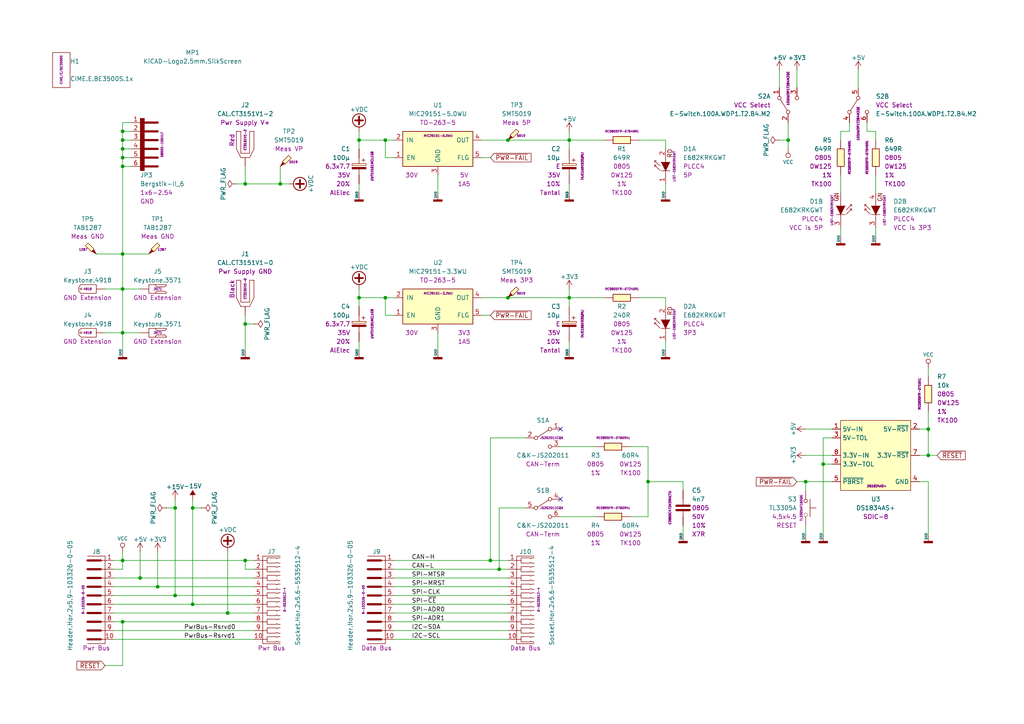
<source format=kicad_sch>
(kicad_sch (version 20210126) (generator eeschema)
  (paper "A4")
  (title_block (title "cbEval PSupply 5P/3P3") (rev "1.0.0"))
  (junction (at 35.56 38.1) (diameter 0.9144))
  (junction (at 35.56 40.64) (diameter 0.9144))
  (junction (at 35.56 43.18) (diameter 0.9144))
  (junction (at 35.56 45.72) (diameter 0.9144))
  (junction (at 35.56 48.26) (diameter 0.9144))
  (junction (at 35.56 73.66) (diameter 0.9144))
  (junction (at 35.56 83.82) (diameter 0.9144))
  (junction (at 35.56 96.52) (diameter 0.9144))
  (junction (at 35.56 162.56) (diameter 0.9144))
  (junction (at 35.56 180.34) (diameter 0.9144))
  (junction (at 40.64 167.64) (diameter 0.9144))
  (junction (at 45.72 170.18) (diameter 0.9144))
  (junction (at 50.8 147.32) (diameter 0.9144))
  (junction (at 50.8 172.72) (diameter 0.9144))
  (junction (at 55.88 147.32) (diameter 0.9144))
  (junction (at 55.88 175.26) (diameter 0.9144))
  (junction (at 66.04 177.8) (diameter 0.9144))
  (junction (at 71.12 53.34) (diameter 0.9144))
  (junction (at 71.12 93.98) (diameter 0.9144))
  (junction (at 71.12 162.56) (diameter 0.9144))
  (junction (at 81.28 53.34) (diameter 0.9144))
  (junction (at 104.14 40.64) (diameter 0.9144))
  (junction (at 104.14 86.36) (diameter 0.9144))
  (junction (at 111.76 40.64) (diameter 0.9144))
  (junction (at 111.76 86.36) (diameter 0.9144))
  (junction (at 142.24 162.56) (diameter 0.9144))
  (junction (at 144.78 165.1) (diameter 0.9144))
  (junction (at 147.32 40.64) (diameter 0.9144))
  (junction (at 147.32 86.36) (diameter 0.9144))
  (junction (at 165.1 40.64) (diameter 0.9144))
  (junction (at 165.1 86.36) (diameter 0.9144))
  (junction (at 187.96 139.7) (diameter 0.9144))
  (junction (at 228.6 40.64) (diameter 0.9144))
  (junction (at 233.68 139.7) (diameter 0.9144))
  (junction (at 238.76 134.62) (diameter 0.9144))
  (junction (at 269.24 124.46) (diameter 0.9144))
  (junction (at 269.24 132.08) (diameter 0.9144))
  (no_connect (at 162.56 124.46))
  (no_connect (at 162.56 144.78))
  (wire (pts (xy 27.94 73.66) (xy 35.56 73.66)))
  (wire (pts (xy 30.48 96.52) (xy 35.56 96.52)))
  (wire (pts (xy 30.48 193.04) (xy 35.56 193.04)))
  (wire (pts (xy 33.02 162.56) (xy 35.56 162.56)))
  (wire (pts (xy 33.02 165.1) (xy 35.56 165.1)))
  (wire (pts (xy 33.02 167.64) (xy 40.64 167.64)))
  (wire (pts (xy 33.02 170.18) (xy 45.72 170.18)))
  (wire (pts (xy 33.02 172.72) (xy 50.8 172.72)))
  (wire (pts (xy 33.02 175.26) (xy 55.88 175.26)))
  (wire (pts (xy 33.02 177.8) (xy 66.04 177.8)))
  (wire (pts (xy 33.02 180.34) (xy 35.56 180.34)))
  (wire (pts (xy 33.02 182.88) (xy 73.66 182.88)))
  (wire (pts (xy 33.02 185.42) (xy 73.66 185.42)))
  (wire (pts (xy 35.56 35.56) (xy 38.1 35.56)))
  (wire (pts (xy 35.56 38.1) (xy 35.56 35.56)))
  (wire (pts (xy 35.56 40.64) (xy 35.56 38.1)))
  (wire (pts (xy 35.56 43.18) (xy 35.56 40.64)))
  (wire (pts (xy 35.56 45.72) (xy 35.56 43.18)))
  (wire (pts (xy 35.56 48.26) (xy 35.56 45.72)))
  (wire (pts (xy 35.56 48.26) (xy 35.56 73.66)))
  (wire (pts (xy 35.56 73.66) (xy 35.56 83.82)))
  (wire (pts (xy 35.56 83.82) (xy 30.48 83.82)))
  (wire (pts (xy 35.56 96.52) (xy 35.56 83.82)))
  (wire (pts (xy 35.56 101.6) (xy 35.56 96.52)))
  (wire (pts (xy 35.56 160.02) (xy 35.56 162.56)))
  (wire (pts (xy 35.56 162.56) (xy 71.12 162.56)))
  (wire (pts (xy 35.56 165.1) (xy 35.56 162.56)))
  (wire (pts (xy 35.56 180.34) (xy 73.66 180.34)))
  (wire (pts (xy 35.56 193.04) (xy 35.56 180.34)))
  (wire (pts (xy 38.1 38.1) (xy 35.56 38.1)))
  (wire (pts (xy 38.1 40.64) (xy 35.56 40.64)))
  (wire (pts (xy 38.1 43.18) (xy 35.56 43.18)))
  (wire (pts (xy 38.1 45.72) (xy 35.56 45.72)))
  (wire (pts (xy 38.1 48.26) (xy 35.56 48.26)))
  (wire (pts (xy 40.64 83.82) (xy 35.56 83.82)))
  (wire (pts (xy 40.64 96.52) (xy 35.56 96.52)))
  (wire (pts (xy 40.64 160.02) (xy 40.64 167.64)))
  (wire (pts (xy 40.64 167.64) (xy 73.66 167.64)))
  (wire (pts (xy 43.18 73.66) (xy 35.56 73.66)))
  (wire (pts (xy 45.72 160.02) (xy 45.72 170.18)))
  (wire (pts (xy 45.72 170.18) (xy 73.66 170.18)))
  (wire (pts (xy 50.8 144.78) (xy 50.8 147.32)))
  (wire (pts (xy 50.8 147.32) (xy 48.26 147.32)))
  (wire (pts (xy 50.8 147.32) (xy 50.8 172.72)))
  (wire (pts (xy 50.8 172.72) (xy 73.66 172.72)))
  (wire (pts (xy 55.88 144.78) (xy 55.88 147.32)))
  (wire (pts (xy 55.88 147.32) (xy 55.88 175.26)))
  (wire (pts (xy 55.88 147.32) (xy 58.42 147.32)))
  (wire (pts (xy 55.88 175.26) (xy 73.66 175.26)))
  (wire (pts (xy 66.04 160.02) (xy 66.04 177.8)))
  (wire (pts (xy 66.04 177.8) (xy 73.66 177.8)))
  (wire (pts (xy 68.58 53.34) (xy 71.12 53.34)))
  (wire (pts (xy 71.12 48.26) (xy 71.12 53.34)))
  (wire (pts (xy 71.12 53.34) (xy 81.28 53.34)))
  (wire (pts (xy 71.12 91.44) (xy 71.12 93.98)))
  (wire (pts (xy 71.12 101.6) (xy 71.12 93.98)))
  (wire (pts (xy 71.12 162.56) (xy 73.66 162.56)))
  (wire (pts (xy 71.12 165.1) (xy 71.12 162.56)))
  (wire (pts (xy 73.66 93.98) (xy 71.12 93.98)))
  (wire (pts (xy 73.66 165.1) (xy 71.12 165.1)))
  (wire (pts (xy 81.28 48.26) (xy 81.28 53.34)))
  (wire (pts (xy 81.28 53.34) (xy 83.82 53.34)))
  (wire (pts (xy 104.14 38.1) (xy 104.14 40.64)))
  (wire (pts (xy 104.14 40.64) (xy 104.14 43.18)))
  (wire (pts (xy 104.14 53.34) (xy 104.14 55.88)))
  (wire (pts (xy 104.14 83.82) (xy 104.14 86.36)))
  (wire (pts (xy 104.14 86.36) (xy 104.14 88.9)))
  (wire (pts (xy 104.14 99.06) (xy 104.14 101.6)))
  (wire (pts (xy 111.76 40.64) (xy 104.14 40.64)))
  (wire (pts (xy 111.76 45.72) (xy 111.76 40.64)))
  (wire (pts (xy 111.76 86.36) (xy 104.14 86.36)))
  (wire (pts (xy 111.76 91.44) (xy 111.76 86.36)))
  (wire (pts (xy 114.3 40.64) (xy 111.76 40.64)))
  (wire (pts (xy 114.3 45.72) (xy 111.76 45.72)))
  (wire (pts (xy 114.3 86.36) (xy 111.76 86.36)))
  (wire (pts (xy 114.3 91.44) (xy 111.76 91.44)))
  (wire (pts (xy 114.3 162.56) (xy 142.24 162.56)))
  (wire (pts (xy 114.3 165.1) (xy 144.78 165.1)))
  (wire (pts (xy 114.3 167.64) (xy 147.32 167.64)))
  (wire (pts (xy 114.3 170.18) (xy 147.32 170.18)))
  (wire (pts (xy 114.3 172.72) (xy 147.32 172.72)))
  (wire (pts (xy 114.3 175.26) (xy 147.32 175.26)))
  (wire (pts (xy 114.3 177.8) (xy 147.32 177.8)))
  (wire (pts (xy 114.3 180.34) (xy 147.32 180.34)))
  (wire (pts (xy 114.3 182.88) (xy 147.32 182.88)))
  (wire (pts (xy 114.3 185.42) (xy 147.32 185.42)))
  (wire (pts (xy 127 50.8) (xy 127 55.88)))
  (wire (pts (xy 127 101.6) (xy 127 96.52)))
  (wire (pts (xy 139.7 40.64) (xy 147.32 40.64)))
  (wire (pts (xy 139.7 86.36) (xy 147.32 86.36)))
  (wire (pts (xy 142.24 45.72) (xy 139.7 45.72)))
  (wire (pts (xy 142.24 91.44) (xy 139.7 91.44)))
  (wire (pts (xy 142.24 127) (xy 142.24 162.56)))
  (wire (pts (xy 142.24 162.56) (xy 147.32 162.56)))
  (wire (pts (xy 144.78 147.32) (xy 144.78 165.1)))
  (wire (pts (xy 144.78 165.1) (xy 147.32 165.1)))
  (wire (pts (xy 147.32 40.64) (xy 165.1 40.64)))
  (wire (pts (xy 147.32 86.36) (xy 165.1 86.36)))
  (wire (pts (xy 152.4 127) (xy 142.24 127)))
  (wire (pts (xy 152.4 147.32) (xy 144.78 147.32)))
  (wire (pts (xy 165.1 38.1) (xy 165.1 40.64)))
  (wire (pts (xy 165.1 40.64) (xy 165.1 43.18)))
  (wire (pts (xy 165.1 53.34) (xy 165.1 55.88)))
  (wire (pts (xy 165.1 83.82) (xy 165.1 86.36)))
  (wire (pts (xy 165.1 86.36) (xy 165.1 88.9)))
  (wire (pts (xy 165.1 101.6) (xy 165.1 99.06)))
  (wire (pts (xy 172.72 129.54) (xy 162.56 129.54)))
  (wire (pts (xy 172.72 149.86) (xy 162.56 149.86)))
  (wire (pts (xy 175.26 40.64) (xy 165.1 40.64)))
  (wire (pts (xy 175.26 86.36) (xy 165.1 86.36)))
  (wire (pts (xy 182.88 129.54) (xy 187.96 129.54)))
  (wire (pts (xy 187.96 129.54) (xy 187.96 139.7)))
  (wire (pts (xy 187.96 139.7) (xy 187.96 149.86)))
  (wire (pts (xy 187.96 149.86) (xy 182.88 149.86)))
  (wire (pts (xy 193.04 40.64) (xy 185.42 40.64)))
  (wire (pts (xy 193.04 43.18) (xy 193.04 40.64)))
  (wire (pts (xy 193.04 53.34) (xy 193.04 55.88)))
  (wire (pts (xy 193.04 86.36) (xy 185.42 86.36)))
  (wire (pts (xy 193.04 88.9) (xy 193.04 86.36)))
  (wire (pts (xy 193.04 101.6) (xy 193.04 99.06)))
  (wire (pts (xy 198.12 139.7) (xy 187.96 139.7)))
  (wire (pts (xy 198.12 142.24) (xy 198.12 139.7)))
  (wire (pts (xy 198.12 154.94) (xy 198.12 152.4)))
  (wire (pts (xy 226.06 20.32) (xy 226.06 25.4)))
  (wire (pts (xy 226.06 40.64) (xy 228.6 40.64)))
  (wire (pts (xy 228.6 35.56) (xy 228.6 40.64)))
  (wire (pts (xy 228.6 40.64) (xy 228.6 43.18)))
  (wire (pts (xy 231.14 20.32) (xy 231.14 25.4)))
  (wire (pts (xy 231.14 139.7) (xy 233.68 139.7)))
  (wire (pts (xy 233.68 142.24) (xy 233.68 139.7)))
  (wire (pts (xy 233.68 154.94) (xy 233.68 152.4)))
  (wire (pts (xy 238.76 127) (xy 241.3 127)))
  (wire (pts (xy 238.76 134.62) (xy 238.76 127)))
  (wire (pts (xy 238.76 154.94) (xy 238.76 134.62)))
  (wire (pts (xy 241.3 124.46) (xy 233.68 124.46)))
  (wire (pts (xy 241.3 132.08) (xy 233.68 132.08)))
  (wire (pts (xy 241.3 134.62) (xy 238.76 134.62)))
  (wire (pts (xy 241.3 139.7) (xy 233.68 139.7)))
  (wire (pts (xy 243.84 38.1) (xy 243.84 40.64)))
  (wire (pts (xy 243.84 50.8) (xy 243.84 55.88)))
  (wire (pts (xy 243.84 66.04) (xy 243.84 68.58)))
  (wire (pts (xy 246.38 35.56) (xy 246.38 38.1)))
  (wire (pts (xy 246.38 38.1) (xy 243.84 38.1)))
  (wire (pts (xy 248.92 20.32) (xy 248.92 25.4)))
  (wire (pts (xy 251.46 35.56) (xy 251.46 38.1)))
  (wire (pts (xy 251.46 38.1) (xy 254 38.1)))
  (wire (pts (xy 254 38.1) (xy 254 40.64)))
  (wire (pts (xy 254 50.8) (xy 254 55.88)))
  (wire (pts (xy 254 66.04) (xy 254 68.58)))
  (wire (pts (xy 266.7 124.46) (xy 269.24 124.46)))
  (wire (pts (xy 266.7 132.08) (xy 269.24 132.08)))
  (wire (pts (xy 269.24 109.22) (xy 269.24 106.68)))
  (wire (pts (xy 269.24 119.38) (xy 269.24 124.46)))
  (wire (pts (xy 269.24 124.46) (xy 269.24 132.08)))
  (wire (pts (xy 269.24 132.08) (xy 271.78 132.08)))
  (wire (pts (xy 269.24 139.7) (xy 266.7 139.7)))
  (wire (pts (xy 269.24 154.94) (xy 269.24 139.7)))
  (label "PwrBus-Rsrvd0" (at 53.34 182.88 0))
  (label "PwrBus-Rsrvd1" (at 53.34 185.42 0))
  (label "CAN-H" (at 119.38 162.56 0))
  (label "CAN-L" (at 119.38 165.1 0))
  (label "SPI-MTSR" (at 119.38 167.64 0))
  (label "SPI-MRST" (at 119.38 170.18 0))
  (label "SPI-CLK" (at 119.38 172.72 0))
  (label "SPI-~CE" (at 119.38 175.26 0))
  (label "SPI-ADR0" (at 119.38 177.8 0))
  (label "SPI-ADR1" (at 119.38 180.34 0))
  (label "I2C-SDA" (at 119.38 182.88 0))
  (label "I2C-SCL" (at 119.38 185.42 0))
  (global_label "~RESET" (shape input) (at 30.48 193.04 180) (property "Intersheet References" "${INTERSHEET_REFS}" (effects hide)))
  (global_label "~PWR-FAIL" (shape input) (at 142.24 45.72 0) (property "Intersheet References" "${INTERSHEET_REFS}" (effects hide)))
  (global_label "~PWR-FAIL" (shape input) (at 142.24 91.44 0) (property "Intersheet References" "${INTERSHEET_REFS}" (effects hide)))
  (global_label "~PWR-FAIL" (shape input) (at 231.14 139.7 180) (property "Intersheet References" "${INTERSHEET_REFS}" (effects hide)))
  (global_label "~RESET" (shape input) (at 271.78 132.08 0) (property "Intersheet References" "${INTERSHEET_REFS}" (effects hide)))
  (symbol (lib_id "Symbol:KiCAD-Logo2.5mm.SilkScreen") (at 55.88 15.24 0) (unit 1)
    (property "Reference" "MP1" (at 55.88 15.24 0))
    (property "Value" "KiCAD-Logo2.5mm.SilkScreen" (at 55.88 17.78 0))
    (property "Footprint" "Symbol:KiCad-Logo2_5mm_SilkScreen" (effects hide))
  )
  (symbol (lib_id "Supply:VCC") (at 35.56 160.02 0) (unit 1)
    (property "Reference" "#PWR017" (effects hide))
    (property "Value" "VCC" (at 35.56 156.21 0) (effects (font (size 1.016 1.016))))
  )
  (symbol (lib_id "Supply:VCC") (at 228.6 43.18 0) (mirror x) (unit 1)
    (property "Reference" "#PWR019" (effects hide))
    (property "Value" "VCC" (at 228.6 46.99 0) (effects (font (size 1.016 1.016))))
  )
  (symbol (lib_id "Supply:VCC") (at 269.24 106.68 0) (unit 1)
    (property "Reference" "#PWR028" (effects hide))
    (property "Value" "VCC" (at 269.24 102.87 0) (effects (font (size 1.016 1.016))))
  )
  (symbol (lib_id "Supply:+5V") (at 40.64 160.02 0) (unit 1)
    (property "Reference" "#PWR0104" (effects hide))
    (property "Value" "+5V" (at 40.64 156.464 0))
  )
  (symbol (lib_id "Supply:+3V3") (at 45.72 160.02 0) (unit 1)
    (property "Reference" "#PWR0103" (effects hide))
    (property "Value" "+3V3" (at 45.72 156.464 0))
  )
  (symbol (lib_id "Supply:+15V") (at 50.8 144.78 0) (unit 1)
    (property "Reference" "#PWR0102" (effects hide))
    (property "Value" "+15V" (at 50.8 141.224 0))
  )
  (symbol (lib_id "Supply:-15V") (at 55.88 144.78 0) (unit 1)
    (property "Reference" "#PWR0101" (effects hide))
    (property "Value" "-15V" (at 55.88 140.97 0))
  )
  (symbol (lib_id "Supply:+5V") (at 165.1 38.1 0) (unit 1)
    (property "Reference" "#PWR010" (effects hide))
    (property "Value" "+5V" (at 165.1 34.544 0))
  )
  (symbol (lib_id "Supply:+3V3") (at 165.1 83.82 0) (unit 1)
    (property "Reference" "#PWR012" (effects hide))
    (property "Value" "+3V3" (at 165.1 80.264 0))
  )
  (symbol (lib_id "Supply:+5V") (at 226.06 20.32 0) (mirror y) (unit 1)
    (property "Reference" "#PWR018" (effects hide))
    (property "Value" "+5V" (at 226.06 16.764 0))
  )
  (symbol (lib_id "Supply:+3V3") (at 231.14 20.32 0) (mirror y) (unit 1)
    (property "Reference" "#PWR020" (effects hide))
    (property "Value" "+3V3" (at 231.14 16.764 0))
  )
  (symbol (lib_id "Supply:+5V") (at 233.68 124.46 90) (unit 1)
    (property "Reference" "#PWR025" (effects hide))
    (property "Value" "+5V" (at 230.124 124.46 0))
  )
  (symbol (lib_id "Supply:+3V3") (at 233.68 132.08 90) (unit 1)
    (property "Reference" "#PWR026" (effects hide))
    (property "Value" "+3V3" (at 230.124 132.08 0))
  )
  (symbol (lib_id "Supply:+5V") (at 248.92 20.32 0) (unit 1)
    (property "Reference" "#PWR022" (effects hide))
    (property "Value" "+5V" (at 248.92 16.764 0))
  )
  (symbol (lib_id "Supply:PWR_FLAG") (at 48.26 147.32 90) (mirror x) (unit 1)
    (property "Reference" "#FLG0101" (effects hide))
    (property "Value" "PWR_FLAG" (at 44.45 147.32 0))
  )
  (symbol (lib_id "Supply:PWR_FLAG") (at 58.42 147.32 270) (unit 1)
    (property "Reference" "#FLG0102" (effects hide))
    (property "Value" "PWR_FLAG" (at 62.23 147.32 0))
  )
  (symbol (lib_id "Supply:PWR_FLAG") (at 68.58 53.34 90) (unit 1)
    (property "Reference" "#FLG02" (effects hide))
    (property "Value" "PWR_FLAG" (at 64.77 53.34 0))
  )
  (symbol (lib_id "Supply:PWR_FLAG") (at 73.66 93.98 270) (unit 1)
    (property "Reference" "#FLG01" (effects hide))
    (property "Value" "PWR_FLAG" (at 77.47 93.98 0))
  )
  (symbol (lib_id "Supply:PWR_FLAG") (at 226.06 40.64 90) (mirror x) (unit 1)
    (property "Reference" "#FLG03" (effects hide))
    (property "Value" "PWR_FLAG" (at 222.25 40.64 0))
  )
  (symbol (lib_name "Supply:GND_6") (lib_id "Supply:GND") (at 35.56 101.6 0) (unit 1)
    (property "Reference" "#PWR01" (effects hide))
    (property "Value" "GND" (at 34.925 102.235 90) (effects (font (size 0.635 0.635))))
  )
  (symbol (lib_name "Supply:GND_10") (lib_id "Supply:GND") (at 71.12 101.6 0) (unit 1)
    (property "Reference" "#PWR04" (effects hide))
    (property "Value" "GND" (at 70.485 102.235 90) (effects (font (size 0.635 0.635))))
  )
  (symbol (lib_name "Supply:GND_9") (lib_id "Supply:GND") (at 104.14 55.88 0) (unit 1)
    (property "Reference" "#PWR07" (effects hide))
    (property "Value" "GND" (at 103.505 56.515 90) (effects (font (size 0.635 0.635))))
  )
  (symbol (lib_id "Supply:GND") (at 104.14 101.6 0) (unit 1)
    (property "Reference" "#PWR08" (effects hide))
    (property "Value" "GND" (at 103.505 102.235 90) (effects (font (size 0.635 0.635))))
  )
  (symbol (lib_name "Supply:GND_4") (lib_id "Supply:GND") (at 127 55.88 0) (unit 1)
    (property "Reference" "#PWR09" (effects hide))
    (property "Value" "GND" (at 126.365 56.515 90) (effects (font (size 0.635 0.635))))
  )
  (symbol (lib_name "Supply:GND_1") (lib_id "Supply:GND") (at 127 101.6 0) (unit 1)
    (property "Reference" "#PWR011" (effects hide))
    (property "Value" "GND" (at 126.365 102.235 90) (effects (font (size 0.635 0.635))))
  )
  (symbol (lib_name "Supply:GND_3") (lib_id "Supply:GND") (at 165.1 55.88 0) (unit 1)
    (property "Reference" "#PWR013" (effects hide))
    (property "Value" "GND" (at 164.465 56.515 90) (effects (font (size 0.635 0.635))))
  )
  (symbol (lib_name "Supply:GND_2") (lib_id "Supply:GND") (at 165.1 101.6 0) (unit 1)
    (property "Reference" "#PWR014" (effects hide))
    (property "Value" "GND" (at 164.465 102.235 90) (effects (font (size 0.635 0.635))))
  )
  (symbol (lib_name "Supply:GND_7") (lib_id "Supply:GND") (at 193.04 55.88 0) (unit 1)
    (property "Reference" "#PWR015" (effects hide))
    (property "Value" "GND" (at 192.405 56.515 90) (effects (font (size 0.635 0.635))))
  )
  (symbol (lib_name "Supply:GND_8") (lib_id "Supply:GND") (at 193.04 101.6 0) (unit 1)
    (property "Reference" "#PWR016" (effects hide))
    (property "Value" "GND" (at 192.405 102.235 90) (effects (font (size 0.635 0.635))))
  )
  (symbol (lib_id "Supply:GND") (at 198.12 154.94 0) (unit 1)
    (property "Reference" "#PWR06" (effects hide))
    (property "Value" "GND" (at 197.485 155.575 90) (effects (font (size 0.635 0.635))))
  )
  (symbol (lib_id "Supply:GND") (at 233.68 154.94 0) (unit 1)
    (property "Reference" "#PWR024" (effects hide))
    (property "Value" "GND" (at 233.045 155.575 90) (effects (font (size 0.635 0.635))))
  )
  (symbol (lib_id "Supply:GND") (at 238.76 154.94 0) (unit 1)
    (property "Reference" "#PWR027" (effects hide))
    (property "Value" "GND" (at 238.125 155.575 90) (effects (font (size 0.635 0.635))))
  )
  (symbol (lib_id "Supply:GND") (at 243.84 68.58 0) (unit 1)
    (property "Reference" "#PWR021" (effects hide))
    (property "Value" "GND" (at 243.205 69.215 90) (effects (font (size 0.635 0.635))))
  )
  (symbol (lib_id "Supply:GND") (at 254 68.58 0) (unit 1)
    (property "Reference" "#PWR023" (effects hide))
    (property "Value" "GND" (at 253.365 69.215 90) (effects (font (size 0.635 0.635))))
  )
  (symbol (lib_id "Supply:GND") (at 269.24 154.94 0) (unit 1)
    (property "Reference" "#PWR029" (effects hide))
    (property "Value" "GND" (at 268.605 155.575 90) (effects (font (size 0.635 0.635))))
  )
  (symbol (lib_id "TP.Keystone:TAB1287") (at 27.94 73.66 0) (mirror y) (unit 1)
    (property "Reference" "TP5" (at 25.4 63.5 0))
    (property "Value" "TAB1287" (at 25.4 66.04 0))
    (property "Footprint" "TestPoint:TestPoint_Bridge_Pitch5.08mm_Drill1.3mm" (effects hide))
    (property "Datasheet" "https://www.keyelco.com/userAssets/file/M65p59.pdf" (effects hide))
    (property "Usage" "Meas GND" (at 25.4 68.58 0))
    (property "ID" "1287" (at 24.13 72.39 0) (effects (font (size 0.635 0.635))))
  )
  (symbol (lib_id "TP.Keystone:TAB1287") (at 43.18 73.66 0) (unit 1)
    (property "Reference" "TP1" (at 45.72 63.5 0))
    (property "Value" "TAB1287" (at 45.72 66.04 0))
    (property "Footprint" "TestPoint:TestPoint_Bridge_Pitch5.08mm_Drill1.3mm" (effects hide))
    (property "Datasheet" "https://www.keyelco.com/userAssets/file/M65p59.pdf" (effects hide))
    (property "Usage" "Meas GND" (at 45.72 68.58 0))
    (property "ID" "1287" (at 46.99 72.39 0) (effects (font (size 0.635 0.635))))
  )
  (symbol (lib_id "TP.Keystone:SMT5019") (at 81.28 48.26 0) (unit 1)
    (property "Reference" "TP2" (at 83.82 38.1 0))
    (property "Value" "SMT5019" (at 83.82 40.64 0))
    (property "Footprint" "TestPoint:TestPoint_Keystone_5019_Minature" (effects hide))
    (property "Datasheet" "https://www.keyelco.com/userAssets/file/M65p55.pdf" (effects hide))
    (property "Usage" "Meas VP" (at 83.82 43.18 0))
    (property "ID" "5019" (at 85.09 46.99 0) (effects (font (size 0.635 0.635))))
  )
  (symbol (lib_id "TP.Keystone:SMT5019") (at 147.32 40.64 0) (unit 1)
    (property "Reference" "TP3" (at 149.86 30.48 0))
    (property "Value" "SMT5019" (at 149.86 33.02 0))
    (property "Footprint" "TestPoint:TestPoint_Keystone_5019_Minature" (effects hide))
    (property "Datasheet" "https://www.keyelco.com/userAssets/file/M65p55.pdf" (effects hide))
    (property "Usage" "Meas 5P" (at 149.86 35.56 0))
    (property "ID" "5019" (at 151.13 39.37 0) (effects (font (size 0.635 0.635))))
  )
  (symbol (lib_id "TP.Keystone:SMT5019") (at 147.32 86.36 0) (unit 1)
    (property "Reference" "TP4" (at 149.86 76.2 0))
    (property "Value" "SMT5019" (at 149.86 78.74 0))
    (property "Footprint" "TestPoint:TestPoint_Keystone_5019_Minature" (effects hide))
    (property "Datasheet" "https://www.keyelco.com/userAssets/file/M65p55.pdf" (effects hide))
    (property "Usage" "Meas 3P3" (at 149.86 81.28 0))
    (property "ID" "5019" (at 151.13 85.09 0) (effects (font (size 0.635 0.635))))
  )
  (symbol (lib_id "J.QuickConnect:Keystone.4918") (at 27.94 83.82 0) (mirror y) (unit 1)
    (property "Reference" "J3" (at 25.4 78.74 0))
    (property "Value" "Keystone.4918" (at 25.4 81.28 0))
    (property "Footprint" "BTech.Connector.QuickConnect:Keystone.4918" (effects hide))
    (property "Datasheet" "https://www.keyelco.com/userAssets/file/M65p58.pdf" (effects hide))
    (property "ID" "4918" (at 25.4 83.82 0) (effects (font (size 0.635 0.635) italic)))
    (property "Usage" "GND Extension" (at 25.4 86.36 0))
  )
  (symbol (lib_name "J.QuickConnect:Keystone.4918_1") (lib_id "J.QuickConnect:Keystone.4918") (at 27.94 96.52 0) (mirror y) (unit 1)
    (property "Reference" "J4" (at 25.4 91.44 0))
    (property "Value" "Keystone.4918" (at 25.4 93.98 0))
    (property "Footprint" "BTech.Connector.QuickConnect:Keystone.4918" (effects hide))
    (property "Datasheet" "https://www.keyelco.com/userAssets/file/M65p58.pdf" (effects hide))
    (property "ID" "4918" (at 25.4 96.52 0) (effects (font (size 0.635 0.635) italic)))
    (property "Usage" "GND Extension" (at 25.4 99.06 0))
  )
  (symbol (lib_id "J.QuickConnect:Keystone.3571") (at 43.18 83.82 0) (unit 1)
    (property "Reference" "J5" (at 45.72 78.74 0))
    (property "Value" "Keystone.3571" (at 45.72 81.28 0))
    (property "Footprint" "BTech.Connector.QuickConnect:Keystone.3571" (effects hide))
    (property "Datasheet" "https://www.keyelco.com/userAssets/file/M65p61.pdf" (effects hide))
    (property "ID" "3571" (at 45.72 83.82 0) (effects (font (size 0.635 0.635) italic)))
    (property "Usage" "GND Extension" (at 45.72 86.36 0))
  )
  (symbol (lib_name "J.QuickConnect:Keystone.3571_1") (lib_id "J.QuickConnect:Keystone.3571") (at 43.18 96.52 0) (unit 1)
    (property "Reference" "J6" (at 45.72 91.44 0))
    (property "Value" "Keystone.3571" (at 45.72 93.98 0))
    (property "Footprint" "BTech.Connector.QuickConnect:Keystone.3571" (effects hide))
    (property "Datasheet" "https://www.keyelco.com/userAssets/file/M65p61.pdf" (effects hide))
    (property "ID" "3571" (at 45.72 96.52 0) (effects (font (size 0.635 0.635) italic)))
    (property "Usage" "GND Extension" (at 45.72 99.06 0))
  )
  (symbol (lib_id "Supply:+VDC") (at 66.04 160.02 0) (unit 1)
    (property "Reference" "#PWR0105" (effects hide))
    (property "Value" "+VDC" (at 66.04 153.67 0))
  )
  (symbol (lib_id "Supply:+VDC") (at 83.82 53.34 270) (unit 1)
    (property "Reference" "#PWR02" (effects hide))
    (property "Value" "+VDC" (at 90.17 53.34 0))
  )
  (symbol (lib_id "Supply:+VDC") (at 104.14 38.1 0) (unit 1)
    (property "Reference" "#PWR03" (effects hide))
    (property "Value" "+VDC" (at 104.14 31.75 0))
  )
  (symbol (lib_id "Supply:+VDC") (at 104.14 83.82 0) (unit 1)
    (property "Reference" "#PWR05" (effects hide))
    (property "Value" "+VDC" (at 104.14 77.47 0))
  )
  (symbol (lib_id "R.Yageo.RC0805:60R4") (at 177.8 129.54 270) (unit 1)
    (property "Reference" "R3" (at 172.72 132.08 90))
    (property "Value" "60R4" (at 182.88 132.08 90))
    (property "Footprint" "Resistor_SMD:R_0805_2012Metric" (effects hide))
    (property "Datasheet" "R.Yaego.RC0805.pdf" (effects hide))
    (property "Package" "0805" (at 172.72 134.62 90))
    (property "Power" "0W125" (at 182.88 134.62 90))
    (property "Tolerance" "1%" (at 172.72 137.16 90))
    (property "TK" "TK100" (at 182.88 137.16 90))
    (property "ID" "RC0805FR-0760R4L" (at 177.8 127 90) (effects (font (size 0.635 0.635) italic)))
  )
  (symbol (lib_id "R.Yageo.RC0805:60R4") (at 177.8 149.86 270) (unit 1)
    (property "Reference" "R4" (at 172.72 152.4 90))
    (property "Value" "60R4" (at 182.88 152.4 90))
    (property "Footprint" "Resistor_SMD:R_0805_2012Metric" (effects hide))
    (property "Datasheet" "R.Yaego.RC0805.pdf" (effects hide))
    (property "Package" "0805" (at 172.72 154.94 90))
    (property "Power" "0W125" (at 182.88 154.94 90))
    (property "Tolerance" "1%" (at 172.72 157.48 90))
    (property "TK" "TK100" (at 182.88 157.48 90))
    (property "ID" "RC0805FR-0760R4L" (at 177.8 147.32 90) (effects (font (size 0.635 0.635) italic)))
  )
  (symbol (lib_id "R.Yageo.RC0805:649R") (at 180.34 40.64 270) (unit 1)
    (property "Reference" "R1" (at 180.34 43.18 90))
    (property "Value" "649R" (at 180.34 45.72 90))
    (property "Footprint" "Resistor_SMD:R_0805_2012Metric" (effects hide))
    (property "Datasheet" "R.Yaego.RC0805.pdf" (effects hide))
    (property "Package" "0805" (at 180.34 48.26 90))
    (property "Power" "0W125" (at 180.34 50.8 90))
    (property "Tolerance" "1%" (at 180.34 53.34 90))
    (property "TK" "TK100" (at 180.34 55.88 90))
    (property "ID" "RC0805FR-07649RL" (at 180.34 38.1 90) (effects (font (size 0.635 0.635) italic)))
  )
  (symbol (lib_id "R.Yageo.RC0805:240R") (at 180.34 86.36 270) (unit 1)
    (property "Reference" "R2" (at 180.34 88.9 90))
    (property "Value" "240R" (at 180.34 91.44 90))
    (property "Footprint" "Resistor_SMD:R_0805_2012Metric" (effects hide))
    (property "Datasheet" "R.Yaego.RC0805.pdf" (effects hide))
    (property "Package" "0805" (at 180.34 93.98 90))
    (property "Power" "0W125" (at 180.34 96.52 90))
    (property "Tolerance" "1%" (at 180.34 99.06 90))
    (property "TK" "TK100" (at 180.34 101.6 90))
    (property "ID" "RC0805FR-07240RL" (at 180.34 83.82 90) (effects (font (size 0.635 0.635) italic)))
  )
  (symbol (lib_id "R.Yageo.RC0805:649R") (at 243.84 45.72 0) (mirror y) (unit 1)
    (property "Reference" "R5" (at 241.3 40.64 0) (effects (justify left)))
    (property "Value" "649R" (at 241.3 43.18 0) (effects (justify left)))
    (property "Footprint" "Resistor_SMD:R_0805_2012Metric" (effects hide))
    (property "Datasheet" "R.Yaego.RC0805.pdf" (effects hide))
    (property "Package" "0805" (at 241.3 45.72 0) (effects (justify left)))
    (property "Power" "0W125" (at 241.3 48.26 0) (effects (justify left)))
    (property "Tolerance" "1%" (at 241.3 50.8 0) (effects (justify left)))
    (property "TK" "TK100" (at 241.3 53.34 0) (effects (justify left)))
    (property "ID" "RC0805FR-07649RL" (at 246.38 45.72 90) (effects (font (size 0.635 0.635) italic)))
  )
  (symbol (lib_id "R.Yageo.RC0805:649R") (at 254 45.72 0) (unit 1)
    (property "Reference" "R6" (at 256.54 40.64 0) (effects (justify left)))
    (property "Value" "649R" (at 256.54 43.18 0) (effects (justify left)))
    (property "Footprint" "Resistor_SMD:R_0805_2012Metric" (effects hide))
    (property "Datasheet" "R.Yaego.RC0805.pdf" (effects hide))
    (property "Package" "0805" (at 256.54 45.72 0) (effects (justify left)))
    (property "Power" "0W125" (at 256.54 48.26 0) (effects (justify left)))
    (property "Tolerance" "1%" (at 256.54 50.8 0) (effects (justify left)))
    (property "TK" "TK100" (at 256.54 53.34 0) (effects (justify left)))
    (property "ID" "RC0805FR-07649RL" (at 251.46 45.72 90) (effects (font (size 0.635 0.635) italic)))
  )
  (symbol (lib_id "R.Yageo.RC0805:10k") (at 269.24 114.3 0) (unit 1)
    (property "Reference" "R7" (at 271.78 109.22 0) (effects (justify left)))
    (property "Value" "10k" (at 271.78 111.76 0) (effects (justify left)))
    (property "Footprint" "Resistor_SMD:R_0805_2012Metric" (effects hide))
    (property "Datasheet" "R.Yaego.RC0805.pdf" (effects hide))
    (property "Package" "0805" (at 271.78 114.3 0) (effects (justify left)))
    (property "Power" "0W125" (at 271.78 116.84 0) (effects (justify left)))
    (property "Tolerance" "1%" (at 271.78 119.38 0) (effects (justify left)))
    (property "TK" "TK100" (at 271.78 121.92 0) (effects (justify left)))
    (property "ID" "RC0805FR-0710KL" (at 266.7 114.3 90) (effects (font (size 0.635 0.635) italic)))
  )
  (symbol (lib_id "S:TL3305A") (at 233.68 147.32 0) (mirror y) (unit 1)
    (property "Reference" "S3" (at 231.14 144.78 0) (effects (justify left)))
    (property "Value" "TL3305A" (at 231.14 147.32 0) (effects (justify left)))
    (property "Footprint" "Button_Switch_SMD:SW_SPST_TL3305A" (effects hide))
    (property "Datasheet" "https://sten-eswitch-13110800-production.s3.amazonaws.com/system/asset/product_line/data_sheet/213/TL3305.pdf" (effects hide))
    (property "Package" "4.5x4.5" (at 231.14 149.86 0) (effects (justify left)))
    (property "Usage" "RESET" (at 231.14 152.4 0) (effects (justify left)))
    (property "ID" "TL3305AF160QG" (at 232.41 147.32 90) (effects (font (size 0.635 0.635))))
  )
  (symbol (lib_id "C.Nichicon.UWT.35V:100µ") (at 104.14 48.26 0) (mirror y) (unit 1)
    (property "Reference" "C1" (at 101.6 43.18 0) (effects (justify left)))
    (property "Value" "100µ" (at 101.6 45.72 0) (effects (justify left)))
    (property "Footprint" "Capacitor_SMD:CP_Elec_6.3x7.7" (effects hide))
    (property "Datasheet" "https://products.nichicon.co.jp/en/pdf/XJA043/e-uwt.pdf" (effects hide))
    (property "Package" "6.3x7.7" (at 101.6 48.26 0) (effects (justify left)))
    (property "Voltage" "35V" (at 101.6 50.8 0) (effects (justify left)))
    (property "Tolerance" "20%" (at 101.6 53.34 0) (effects (justify left)))
    (property "Dielectric" "AlElec" (at 101.6 55.88 0) (effects (justify left)))
    (property "ID" "UWT1V101MCL1GB" (at 107.95 48.26 90) (effects (font (size 0.635 0.635) italic)))
  )
  (symbol (lib_id "C.Nichicon.UWT.35V:100µ") (at 104.14 93.98 0) (mirror y) (unit 1)
    (property "Reference" "C4" (at 101.6 88.9 0) (effects (justify left)))
    (property "Value" "100µ" (at 101.6 91.44 0) (effects (justify left)))
    (property "Footprint" "Capacitor_SMD:CP_Elec_6.3x7.7" (effects hide))
    (property "Datasheet" "https://products.nichicon.co.jp/en/pdf/XJA043/e-uwt.pdf" (effects hide))
    (property "Package" "6.3x7.7" (at 101.6 93.98 0) (effects (justify left)))
    (property "Voltage" "35V" (at 101.6 96.52 0) (effects (justify left)))
    (property "Tolerance" "20%" (at 101.6 99.06 0) (effects (justify left)))
    (property "Dielectric" "AlElec" (at 101.6 101.6 0) (effects (justify left)))
    (property "ID" "UWT1V101MCL1GB" (at 107.95 93.98 90) (effects (font (size 0.635 0.635) italic)))
  )
  (symbol (lib_id "C.AVX.TAJ.35V:10µ") (at 165.1 48.26 0) (mirror y) (unit 1)
    (property "Reference" "C2" (at 162.56 43.18 0) (effects (justify left)))
    (property "Value" "10µ" (at 162.56 45.72 0) (effects (justify left)))
    (property "Footprint" "Capacitor_Tantalum_SMD:CP_EIA-7360-38_Kemet-E" (effects hide))
    (property "Datasheet" "https://datasheets.avx.com/TAJ.pdf" (effects hide))
    (property "Package" "E" (at 162.56 48.26 0) (effects (justify left)))
    (property "Voltage" "35V" (at 162.56 50.8 0) (effects (justify left)))
    (property "Tolerance" "10%" (at 162.56 53.34 0) (effects (justify left)))
    (property "Dielectric" "Tantal" (at 162.56 55.88 0) (effects (justify left)))
    (property "ID" "TAJE106K035#NJ" (at 168.91 48.26 90) (effects (font (size 0.635 0.635) italic)))
  )
  (symbol (lib_id "C.AVX.TAJ.35V:10µ") (at 165.1 93.98 0) (mirror y) (unit 1)
    (property "Reference" "C3" (at 162.56 88.9 0) (effects (justify left)))
    (property "Value" "10µ" (at 162.56 91.44 0) (effects (justify left)))
    (property "Footprint" "Capacitor_Tantalum_SMD:CP_EIA-7360-38_Kemet-E" (effects hide))
    (property "Datasheet" "https://datasheets.avx.com/TAJ.pdf" (effects hide))
    (property "Package" "E" (at 162.56 93.98 0) (effects (justify left)))
    (property "Voltage" "35V" (at 162.56 96.52 0) (effects (justify left)))
    (property "Tolerance" "10%" (at 162.56 99.06 0) (effects (justify left)))
    (property "Dielectric" "Tantal" (at 162.56 101.6 0) (effects (justify left)))
    (property "ID" "TAJE106K035#NJ" (at 168.91 93.98 90) (effects (font (size 0.635 0.635) italic)))
  )
  (symbol (lib_id "C.Kemet.MLCC.0805.X7R:4n7") (at 198.12 147.32 0) (unit 1)
    (property "Reference" "C5" (at 200.66 142.24 0) (effects (justify left)))
    (property "Value" "4n7" (at 200.66 144.78 0) (effects (justify left)))
    (property "Footprint" "Capacitor_SMD:C_0805_2012Metric" (effects hide))
    (property "Datasheet" "C.Kemet.MLCC.0805.X7R.pdf" (effects hide))
    (property "Package" "0805" (at 200.66 147.32 0) (effects (justify left)))
    (property "Voltage" "50V" (at 200.66 149.86 0) (effects (justify left)))
    (property "Tolerance" "10%" (at 200.66 152.4 0) (effects (justify left)))
    (property "Dielectric" "X7R" (at 200.66 154.94 0) (effects (justify left)))
    (property "ID" "C0805C472K5RACTU" (at 194.31 147.32 90) (effects (font (size 0.635 0.635) italic)))
  )
  (symbol (lib_id "H.Housing:CIME.E.BE3500S.1x") (at 17.78 20.32 0) (unit 1)
    (property "Reference" "H1" (at 20.32 17.78 0) (effects (justify left)))
    (property "Value" "CIME.E.BE3500S.1x" (at 20.32 22.86 0) (effects (justify left)))
    (property "Footprint" "BTech.Housing:Camdenboss.CIME.E.BE3500S.1x" (effects hide))
    (property "Datasheet" "https://cdn-reichelt.de/documents/datenblatt/C700/CIME_E.pdf" (effects hide))
    (property "ID" "CIME/E/BE3500S" (at 17.78 20.32 90) (effects (font (size 0.635 0.635) italic)))
  )
  (symbol (lib_id "J.4mm:CAL.CT3151V1-2") (at 71.12 43.18 0) (unit 1)
    (property "Reference" "J2" (at 71.12 30.48 0))
    (property "Value" "CAL.CT3151V1-2" (at 71.12 33.02 0))
    (property "Footprint" "BTech.Connector.4mm:CAL.CT3151V1" (effects hide))
    (property "Datasheet" "https://ctemedia.s3-us-west-1.amazonaws.com/public/attachments/P315100rH_drawing.pdf" (effects hide))
    (property "Color" "Red" (at 67.31 40.64 90))
    (property "ID" "CT3151V1-2" (at 71.12 40.64 90) (effects (font (size 0.635 0.635) italic)))
    (property "Usage" "Pwr Supply V+" (at 71.12 35.56 0))
  )
  (symbol (lib_id "J.4mm:CAL.CT3151V1-0") (at 71.12 86.36 0) (unit 1)
    (property "Reference" "J1" (at 71.12 73.66 0))
    (property "Value" "CAL.CT3151V1-0" (at 71.12 76.2 0))
    (property "Footprint" "BTech.Connector.4mm:CAL.CT3151V1" (effects hide))
    (property "Datasheet" "https://ctemedia.s3-us-west-1.amazonaws.com/public/attachments/P315100rH_drawing.pdf" (effects hide))
    (property "Color" "Black" (at 67.31 83.82 90))
    (property "ID" "CT3151V1-0" (at 71.12 83.82 90) (effects (font (size 0.635 0.635) italic)))
    (property "Usage" "Pwr Supply GND" (at 71.12 78.74 0))
  )
  (symbol (lib_id "D.LED:E682KRKGWT") (at 193.04 48.26 0) (unit 1)
    (property "Reference" "D1" (at 198.12 43.18 0) (effects (justify left)))
    (property "Value" "E682KRKGWT" (at 198.12 45.72 0) (effects (justify left)))
    (property "Footprint" "LED_SMD:LED_Avago_PLCC4_3.2x2.8mm_CW" (effects hide))
    (property "Datasheet" "https://optoelectronics.liteon.com/upload/download/DS22-2011-0354/LTST-E682KRKGWT.pdf" (effects hide))
    (property "Package" "PLCC4" (at 198.12 48.26 0) (effects (justify left)))
    (property "ID" "LIST-E682KRKGWT" (at 195.58 48.26 90) (effects (font (size 0.635 0.635))))
    (property "Usage" "5P" (at 198.12 50.8 0) (effects (justify left)))
  )
  (symbol (lib_id "D.LED:E682KRKGWT") (at 193.04 93.98 0) (unit 1)
    (property "Reference" "D2" (at 198.12 88.9 0) (effects (justify left)))
    (property "Value" "E682KRKGWT" (at 198.12 91.44 0) (effects (justify left)))
    (property "Footprint" "LED_SMD:LED_Avago_PLCC4_3.2x2.8mm_CW" (effects hide))
    (property "Datasheet" "https://optoelectronics.liteon.com/upload/download/DS22-2011-0354/LTST-E682KRKGWT.pdf" (effects hide))
    (property "Package" "PLCC4" (at 198.12 93.98 0) (effects (justify left)))
    (property "ID" "LIST-E682KRKGWT" (at 195.58 93.98 90) (effects (font (size 0.635 0.635))))
    (property "Usage" "3P3" (at 198.12 96.52 0) (effects (justify left)))
  )
  (symbol (lib_id "D.LED:E682KRKGWT") (at 243.84 60.96 0) (mirror y) (unit 2)
    (property "Reference" "D1" (at 238.76 58.42 0) (effects (justify left)))
    (property "Value" "E682KRKGWT" (at 238.76 60.96 0) (effects (justify left)))
    (property "Footprint" "LED_SMD:LED_Avago_PLCC4_3.2x2.8mm_CW" (effects hide))
    (property "Datasheet" "https://optoelectronics.liteon.com/upload/download/DS22-2011-0354/LTST-E682KRKGWT.pdf" (effects hide))
    (property "Package" "PLCC4" (at 238.76 63.5 0) (effects (justify left)))
    (property "ID" "LIST-E682KRKGWT" (at 241.3 60.96 90) (effects (font (size 0.635 0.635))))
    (property "Usage" "VCC is 5P" (at 238.76 66.04 0) (effects (justify left)))
  )
  (symbol (lib_id "D.LED:E682KRKGWT") (at 254 60.96 0) (unit 2)
    (property "Reference" "D2" (at 259.08 58.42 0) (effects (justify left)))
    (property "Value" "E682KRKGWT" (at 259.08 60.96 0) (effects (justify left)))
    (property "Footprint" "LED_SMD:LED_Avago_PLCC4_3.2x2.8mm_CW" (effects hide))
    (property "Datasheet" "https://optoelectronics.liteon.com/upload/download/DS22-2011-0354/LTST-E682KRKGWT.pdf" (effects hide))
    (property "Package" "PLCC4" (at 259.08 63.5 0) (effects (justify left)))
    (property "ID" "LIST-E682KRKGWT" (at 256.54 60.96 90) (effects (font (size 0.635 0.635))))
    (property "Usage" "VCC is 3P3" (at 259.08 66.04 0) (effects (justify left)))
  )
  (symbol (lib_id "S:C&K-JS202011") (at 157.48 127 0) (unit 1)
    (property "Reference" "S1" (at 157.48 121.92 0))
    (property "Value" "C&K-JS202011" (at 157.48 132.08 0))
    (property "Footprint" "Button_Switch_THT:SW_CuK_JS202011CQN_DPDT_Straight" (effects hide))
    (property "Datasheet" "https://www.ckswitches.com/media/1422/js.pdf" (effects hide))
    (property "Usage" "CAN-Term" (at 157.48 134.62 0))
    (property "ID" "JS202011CQN" (at 160.02 127 0) (effects (font (size 0.635 0.635))))
  )
  (symbol (lib_id "S:C&K-JS202011") (at 157.48 147.32 0) (unit 2)
    (property "Reference" "S1" (at 157.48 142.24 0))
    (property "Value" "C&K-JS202011" (at 157.48 152.4 0))
    (property "Footprint" "Button_Switch_THT:SW_CuK_JS202011CQN_DPDT_Straight" (effects hide))
    (property "Datasheet" "https://www.ckswitches.com/media/1422/js.pdf" (effects hide))
    (property "Usage" "CAN-Term" (at 157.48 154.94 0))
    (property "ID" "JS202011CQN" (at 160.02 147.32 0) (effects (font (size 0.635 0.635))))
  )
  (symbol (lib_id "S:E-Switch.100A.WDP1.T2.B4.M2") (at 228.6 30.48 90) (unit 1)
    (property "Reference" "S2" (at 223.52 27.94 90) (effects (justify left)))
    (property "Value" "E-Switch.100A.WDP1.T2.B4.M2" (at 223.52 33.02 90) (effects (justify left)))
    (property "Footprint" "BTech.Button-Switch:E-Switch.100A.M2.DPDT" (effects hide))
    (property "Datasheet" "https://sten-eswitch-13110800-production.s3.amazonaws.com/system/asset/product_line/data_sheet/130/100A-1.pdf" (effects hide))
    (property "Usage" "VCC Select" (at 223.52 30.48 90) (effects (justify left)))
    (property "ID" "100AWDP1T2B4M2QE " (at 228.6 25.4 0) (effects (font (size 0.635 0.635))))
  )
  (symbol (lib_id "S:E-Switch.100A.WDP1.T2.B4.M2") (at 248.92 30.48 90) (mirror x) (unit 2)
    (property "Reference" "S2" (at 254 27.94 90) (effects (justify right)))
    (property "Value" "E-Switch.100A.WDP1.T2.B4.M2" (at 254 33.02 90) (effects (justify right)))
    (property "Footprint" "BTech.Button-Switch:E-Switch.100A.M2.DPDT" (effects hide))
    (property "Datasheet" "https://sten-eswitch-13110800-production.s3.amazonaws.com/system/asset/product_line/data_sheet/130/100A-1.pdf" (effects hide))
    (property "Usage" "VCC Select" (at 254 30.48 90) (effects (justify right)))
    (property "ID" "100AWDP1T2B4M2QE " (at 248.92 35.56 0) (effects (font (size 0.635 0.635))))
  )
  (symbol (lib_id "JP:Bergstik-II_6") (at 43.18 40.64 0) (unit 1)
    (property "Reference" "JP3" (at 40.64 50.8 0) (effects (justify left)))
    (property "Value" "Bergstik-II_6" (at 40.64 53.34 0) (effects (justify left)))
    (property "Footprint" "Connector_PinHeader_2.54mm:PinHeader_1x06_P2.54mm_Vertical" (effects hide))
    (property "Datasheet" "https://cdn.amphenol-icc.com/media/wysiwyg/files/drawing/68000.pdf?__cf_chl_jschl_tk__=264da0a199af1bdefb04026963ad3c85a073036f-1615910483-0-AaX8LtgG8apEDzGIqgzQ0aoAKWkj50oj4JyeD-4a-BjpVTotUkz0b9CwK48SctxW9RfQ29uHK-g8U4Q7W950UfkLI47M2h-zbxXP0QVGLOROToQCZGWcFC-c_QilEUacZTRKDvvL4FAsQqyycsf3m4Eg-isf3_QP12ONd_wWQcMNK-LuQ3eyU0ZB_uGz-1tHBPJYyv3B6ZQ-xQw3v8oWI_eE_zzEWbIWrLFoFf6eZXoAoT5Y4wJiyDXoV-vBmq5F4mSG8H7EqnWkU4EpxDA2-swokem-Q60MTknd4E9RK0nSmJU_PhEDac0Sb3Im75HD1QHXcTu1yMJzQCNpgpofH-wmgz79VfPk4ttpW38ZPDdPIxv_B7gR4gWWdhvgQyW6byYqLE8E5a8tpA31lZkCN19ufDO8SqP6UAFJscCeeydKEgOe2Ksu_LJQubib6v3-6A" (effects hide))
    (property "Package" "1x6-2.54" (at 40.64 55.88 0) (effects (justify left)))
    (property "Usage" "GND" (at 40.64 58.42 0) (effects (justify left)))
    (property "ID" "68000-106HLF" (at 46.99 41.91 90) (effects (font (size 0.635 0.635))))
  )
  (symbol (lib_id "J.AMPMODU-ModII:Socket.Hor.2x5.6-5535512-4") (at 76.2 172.72 0) (unit 1)
    (property "Reference" "J7" (at 78.74 160.02 0))
    (property "Value" "Socket.Hor.2x5.6-5535512-4" (at 86.36 172.72 90))
    (property "Footprint" "BTech.Connector.AMPMODU-ModII:Socket.Hor.2x5.6-5535512-4" (effects hide))
    (property "Datasheet" "https://www.te.com/commerce/DocumentDelivery/DDEController?Action=srchrtrv&DocNm=5535512&DocType=Customer+Drawing&DocLang=English" (effects hide))
    (property "Usage" "Pwr Bus" (at 78.74 187.96 0))
    (property "ID" "6-5535512-4" (at 82.55 173.99 90) (effects (font (size 0.635 0.635) italic)))
  )
  (symbol (lib_id "J.AMPMODU-ModII:Socket.Hor.2x5.6-5535512-4") (at 149.86 172.72 0) (unit 1)
    (property "Reference" "J10" (at 152.4 160.02 0))
    (property "Value" "Socket.Hor.2x5.6-5535512-4" (at 160.02 172.72 90))
    (property "Footprint" "BTech.Connector.AMPMODU-ModII:Socket.Hor.2x5.6-5535512-4" (effects hide))
    (property "Datasheet" "https://www.te.com/commerce/DocumentDelivery/DDEController?Action=srchrtrv&DocNm=5535512&DocType=Customer+Drawing&DocLang=English" (effects hide))
    (property "Usage" "Data Bus" (at 152.4 187.96 0))
    (property "ID" "6-5535512-4" (at 156.21 173.99 90) (effects (font (size 0.635 0.635) italic)))
  )
  (symbol (lib_id "J.AMPMODU-ModII:Header.Hor.2x5.9-103326-0-05") (at 30.48 172.72 0) (mirror y) (unit 1)
    (property "Reference" "J8" (at 27.94 160.02 0))
    (property "Value" "Header.Hor.2x5.9-103326-0-05" (at 20.32 172.72 90))
    (property "Footprint" "Connector_PinHeader_2.54mm:PinHeader_2x05_P2.54mm_Horizontal" (effects hide))
    (property "Datasheet" "https://www.te.com/commerce/DocumentDelivery/DDEController?Action=srchrtrv&DocNm=103326&DocType=Customer+Drawing&DocLang=English" (effects hide))
    (property "Usage" "Pwr Bus" (at 27.94 187.96 0))
    (property "ID" "9-103326-0-05" (at 24.13 173.99 90) (effects (font (size 0.635 0.635) italic)))
  )
  (symbol (lib_id "J.AMPMODU-ModII:Header.Hor.2x5.9-103326-0-05") (at 111.76 172.72 0) (mirror y) (unit 1)
    (property "Reference" "J9" (at 109.22 160.02 0))
    (property "Value" "Header.Hor.2x5.9-103326-0-05" (at 101.6 172.72 90))
    (property "Footprint" "Connector_PinHeader_2.54mm:PinHeader_2x05_P2.54mm_Horizontal" (effects hide))
    (property "Datasheet" "https://www.te.com/commerce/DocumentDelivery/DDEController?Action=srchrtrv&DocNm=103326&DocType=Customer+Drawing&DocLang=English" (effects hide))
    (property "Usage" "Data Bus" (at 109.22 187.96 0))
    (property "ID" "9-103326-0-05" (at 105.41 173.99 90) (effects (font (size 0.635 0.635) italic)))
  )
  (symbol (lib_id "U.VoltageRegulator:MIC29151-5.0WU") (at 127 43.18 0) (unit 1)
    (property "Reference" "U1" (at 127 30.48 0))
    (property "Value" "MIC29151-5.0WU" (at 127 33.02 0))
    (property "Footprint" "Package_TO_SOT_SMD:TO-263-5_TabPin3" (effects hide))
    (property "Datasheet" "http://ww1.microchip.com/downloads/en/DeviceDoc/MIC2915x-30x-50x-75x-High-Current-Low-Dropout-Regulators-DS20005685B.pdf" (effects hide))
    (property "Package" "TO-263-5" (at 127 35.56 0))
    (property "VoltageIn" "30V" (at 119.38 50.8 0))
    (property "VoltageOut" "5V" (at 134.62 50.8 0))
    (property "Current" "1A5" (at 134.62 53.34 0))
    (property "ID" "MIC29151-5.0WU" (at 127 39.37 0) (effects (font (size 0.635 0.635) italic)))
  )
  (symbol (lib_id "U.VoltageRegulator:MIC29151-3.3WU") (at 127 88.9 0) (unit 1)
    (property "Reference" "U2" (at 127 76.2 0))
    (property "Value" "MIC29151-3.3WU" (at 127 78.74 0))
    (property "Footprint" "Package_TO_SOT_SMD:TO-263-5_TabPin3" (effects hide))
    (property "Datasheet" "http://ww1.microchip.com/downloads/en/DeviceDoc/MIC2915x-30x-50x-75x-High-Current-Low-Dropout-Regulators-DS20005685B.pdf" (effects hide))
    (property "Package" "TO-263-5" (at 127 81.28 0))
    (property "VoltageIn" "30V" (at 119.38 96.52 0))
    (property "VoltageOut" "3V3" (at 134.62 96.52 0))
    (property "Current" "1A5" (at 134.62 99.06 0))
    (property "ID" "MIC29151-3.3WU" (at 127 85.09 0) (effects (font (size 0.635 0.635) italic)))
  )
  (symbol (lib_id "U.Supervisor:DS1834AS+") (at 254 132.08 0) (unit 1)
    (property "Reference" "U3" (at 254 144.78 0))
    (property "Value" "DS1834AS+" (at 254 147.32 0))
    (property "Footprint" "Package_SO:SOIC-8_3.9x4.9mm_P1.27mm" (effects hide))
    (property "Datasheet" "https://pdfserv.maximintegrated.com/en/ds/DS1834-DS1834D.pdf" (effects hide))
    (property "Package" "SOIC-8" (at 254 149.86 0))
    (property "ID" " DS1834AS+" (at 254 140.97 0) (effects (font (size 0.635 0.635) italic)))
  )
)
</source>
